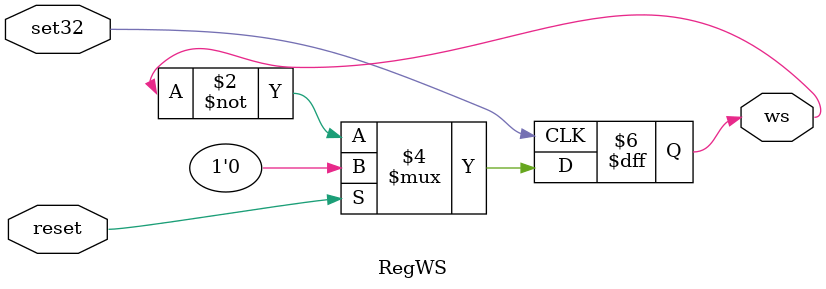
<source format=v>
module RegWS(reset, set32, ws);

	input wire reset;
	input wire set32;
	output reg ws;

	always@(negedge set32)
	begin
		if(reset)
			ws = 1'b0;
		else
			ws = ~ws;
	end

endmodule

</source>
